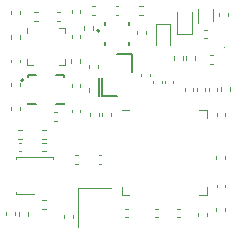
<source format=gto>
G04 #@! TF.GenerationSoftware,KiCad,Pcbnew,(6.0.7)*
G04 #@! TF.CreationDate,2022-09-17T21:46:44-05:00*
G04 #@! TF.ProjectId,picofusion,7069636f-6675-4736-996f-6e2e6b696361,rev?*
G04 #@! TF.SameCoordinates,Original*
G04 #@! TF.FileFunction,Legend,Top*
G04 #@! TF.FilePolarity,Positive*
%FSLAX46Y46*%
G04 Gerber Fmt 4.6, Leading zero omitted, Abs format (unit mm)*
G04 Created by KiCad (PCBNEW (6.0.7)) date 2022-09-17 21:46:44*
%MOMM*%
%LPD*%
G01*
G04 APERTURE LIST*
%ADD10C,0.120000*%
%ADD11C,0.100000*%
%ADD12C,0.200000*%
%ADD13C,0.150000*%
%ADD14C,0.127000*%
G04 APERTURE END LIST*
D10*
G04 #@! TO.C,C11*
X156040000Y-31129664D02*
X156040000Y-31345336D01*
X156760000Y-31129664D02*
X156760000Y-31345336D01*
G04 #@! TO.C,R9*
X152901359Y-32030000D02*
X153208641Y-32030000D01*
X152901359Y-31270000D02*
X153208641Y-31270000D01*
G04 #@! TO.C,R15*
X150920000Y-39603641D02*
X150920000Y-39296359D01*
X151680000Y-39603641D02*
X151680000Y-39296359D01*
G04 #@! TO.C,R24*
X169060000Y-48153641D02*
X169060000Y-47846359D01*
X168300000Y-48153641D02*
X168300000Y-47846359D01*
G04 #@! TO.C,R21*
X157620000Y-40103641D02*
X157620000Y-39796359D01*
X158380000Y-40103641D02*
X158380000Y-39796359D01*
G04 #@! TO.C,C1*
X161940000Y-36727836D02*
X161940000Y-36512164D01*
X162660000Y-36727836D02*
X162660000Y-36512164D01*
G04 #@! TO.C,C19*
X154592164Y-40460000D02*
X154807836Y-40460000D01*
X154592164Y-39740000D02*
X154807836Y-39740000D01*
D11*
G04 #@! TO.C,D2*
X169040000Y-34250000D02*
G75*
G03*
X169040000Y-34250000I-50000J0D01*
G01*
D10*
G04 #@! TO.C,R14*
X151680000Y-31146359D02*
X151680000Y-31453641D01*
X150920000Y-31146359D02*
X150920000Y-31453641D01*
G04 #@! TO.C,C10*
X163660000Y-37307836D02*
X163660000Y-37092164D01*
X162940000Y-37307836D02*
X162940000Y-37092164D01*
G04 #@! TO.C,R7*
X156020000Y-35578641D02*
X156020000Y-35271359D01*
X156780000Y-35578641D02*
X156780000Y-35271359D01*
G04 #@! TO.C,D1*
X164350000Y-32250000D02*
X163150000Y-32250000D01*
X163150000Y-34100000D02*
X163150000Y-32250000D01*
X164350000Y-34100000D02*
X164350000Y-32250000D01*
G04 #@! TO.C,R16*
X151680000Y-37246359D02*
X151680000Y-37553641D01*
X150920000Y-37246359D02*
X150920000Y-37553641D01*
G04 #@! TO.C,U3*
X166770000Y-32160000D02*
X166770000Y-31000000D01*
X168030000Y-32000000D02*
X168030000Y-31000000D01*
D12*
G04 #@! TO.C,U1*
X158400000Y-38350000D02*
X158400000Y-36850000D01*
D13*
X161150000Y-36350000D02*
X161150000Y-34850000D01*
X158650000Y-38350000D02*
X159900000Y-38350000D01*
X158650000Y-36850000D02*
X158650000Y-38350000D01*
X161150000Y-34850000D02*
X159900000Y-34850000D01*
D10*
G04 #@! TO.C,C4*
X158260000Y-35772164D02*
X158260000Y-35987836D01*
X157540000Y-35772164D02*
X157540000Y-35987836D01*
G04 #@! TO.C,R11*
X151570000Y-48503641D02*
X151570000Y-48196359D01*
X152330000Y-48503641D02*
X152330000Y-48196359D01*
D14*
G04 #@! TO.C,U4*
X152375000Y-36750000D02*
X152375000Y-36600000D01*
X152375000Y-36600000D02*
X153025000Y-36600000D01*
X152375000Y-38950000D02*
X152375000Y-39100000D01*
X152375000Y-39100000D02*
X153025000Y-39100000D01*
X154725000Y-36600000D02*
X155375000Y-36600000D01*
X155375000Y-38950000D02*
X155375000Y-39100000D01*
X155375000Y-39100000D02*
X154725000Y-39100000D01*
X155375000Y-36600000D02*
X155375000Y-36750000D01*
D12*
X151975000Y-37050000D02*
G75*
G03*
X151975000Y-37050000I-100000J0D01*
G01*
D10*
G04 #@! TO.C,C5*
X156160000Y-48482164D02*
X156160000Y-48697836D01*
X155440000Y-48482164D02*
X155440000Y-48697836D01*
G04 #@! TO.C,C25*
X167640000Y-37927836D02*
X167640000Y-37712164D01*
X168360000Y-37927836D02*
X168360000Y-37712164D01*
D11*
G04 #@! TO.C,U5*
X155475000Y-35787500D02*
X154975000Y-35787500D01*
X155475000Y-35287500D02*
X155475000Y-35787500D01*
X155475000Y-32587500D02*
X155475000Y-33087500D01*
X152275000Y-32587500D02*
X152275000Y-33087500D01*
X152275000Y-35787500D02*
X152275000Y-35287500D01*
X152275000Y-35787500D02*
X152775000Y-35787500D01*
X155475000Y-35787500D02*
X155475000Y-35287500D01*
X154975000Y-32587500D02*
X155475000Y-32587500D01*
D10*
G04 #@! TO.C,C9*
X163357836Y-48660000D02*
X163142164Y-48660000D01*
X163357836Y-47940000D02*
X163142164Y-47940000D01*
G04 #@! TO.C,C17*
X156760000Y-39757836D02*
X156760000Y-39542164D01*
X156040000Y-39757836D02*
X156040000Y-39542164D01*
G04 #@! TO.C,C28*
X156367164Y-43402500D02*
X156582836Y-43402500D01*
X156367164Y-44122500D02*
X156582836Y-44122500D01*
G04 #@! TO.C,C18*
X156760000Y-37392164D02*
X156760000Y-37607836D01*
X156040000Y-37392164D02*
X156040000Y-37607836D01*
G04 #@! TO.C,R2*
X164677500Y-35343641D02*
X164677500Y-35036359D01*
X165437500Y-35343641D02*
X165437500Y-35036359D01*
G04 #@! TO.C,C26*
X164660000Y-37307836D02*
X164660000Y-37092164D01*
X163940000Y-37307836D02*
X163940000Y-37092164D01*
G04 #@! TO.C,C8*
X160582164Y-47940000D02*
X160797836Y-47940000D01*
X160582164Y-48660000D02*
X160797836Y-48660000D01*
G04 #@! TO.C,C20*
X156040000Y-33455336D02*
X156040000Y-33239664D01*
X156760000Y-33455336D02*
X156760000Y-33239664D01*
G04 #@! TO.C,C6*
X158557836Y-43402500D02*
X158342164Y-43402500D01*
X158557836Y-44122500D02*
X158342164Y-44122500D01*
D14*
G04 #@! TO.C,U6*
X160910000Y-32100000D02*
X160910000Y-32355000D01*
X160910000Y-34100000D02*
X160910000Y-33845000D01*
X158910000Y-32100000D02*
X158910000Y-32355000D01*
X158910000Y-34100000D02*
X158910000Y-33845000D01*
D12*
X158415000Y-32850000D02*
G75*
G03*
X158415000Y-32850000I-100000J0D01*
G01*
D10*
G04 #@! TO.C,C14*
X168540000Y-31392164D02*
X168540000Y-31607836D01*
X169260000Y-31392164D02*
X169260000Y-31607836D01*
G04 #@! TO.C,R22*
X153853641Y-41270000D02*
X153546359Y-41270000D01*
X153853641Y-42030000D02*
X153546359Y-42030000D01*
G04 #@! TO.C,R8*
X151680000Y-33513641D02*
X151680000Y-33206359D01*
X150920000Y-33513641D02*
X150920000Y-33206359D01*
G04 #@! TO.C,C16*
X167292164Y-32790000D02*
X167507836Y-32790000D01*
X167292164Y-33510000D02*
X167507836Y-33510000D01*
G04 #@! TO.C,C21*
X154842164Y-31290000D02*
X155057836Y-31290000D01*
X154842164Y-32010000D02*
X155057836Y-32010000D01*
G04 #@! TO.C,R20*
X158053641Y-30770000D02*
X157746359Y-30770000D01*
X158053641Y-31530000D02*
X157746359Y-31530000D01*
G04 #@! TO.C,C15*
X168320000Y-45892164D02*
X168320000Y-46107836D01*
X169040000Y-45892164D02*
X169040000Y-46107836D01*
G04 #@! TO.C,R5*
X169070000Y-43446359D02*
X169070000Y-43753641D01*
X168310000Y-43446359D02*
X168310000Y-43753641D01*
G04 #@! TO.C,R18*
X167530000Y-48246359D02*
X167530000Y-48553641D01*
X166770000Y-48246359D02*
X166770000Y-48553641D01*
G04 #@! TO.C,C27*
X151572164Y-42340000D02*
X151787836Y-42340000D01*
X151572164Y-43060000D02*
X151787836Y-43060000D01*
G04 #@! TO.C,R13*
X153843641Y-42320000D02*
X153536359Y-42320000D01*
X153843641Y-43080000D02*
X153536359Y-43080000D01*
G04 #@! TO.C,C7*
X158640000Y-40060336D02*
X158640000Y-39844664D01*
X159360000Y-40060336D02*
X159360000Y-39844664D01*
G04 #@! TO.C,C12*
X150930000Y-35507836D02*
X150930000Y-35292164D01*
X151650000Y-35507836D02*
X151650000Y-35292164D01*
G04 #@! TO.C,R17*
X151833641Y-41270000D02*
X151526359Y-41270000D01*
X151833641Y-42030000D02*
X151526359Y-42030000D01*
G04 #@! TO.C,C13*
X167360000Y-37927836D02*
X167360000Y-37712164D01*
X166640000Y-37927836D02*
X166640000Y-37712164D01*
G04 #@! TO.C,U7*
X152900000Y-46670400D02*
X151340000Y-46670400D01*
X154460000Y-43550400D02*
X151340000Y-43550400D01*
X151340000Y-46670400D02*
X151340000Y-46520400D01*
X154460000Y-43550400D02*
X154460000Y-43700400D01*
X151340000Y-43550400D02*
X151340000Y-43700400D01*
G04 #@! TO.C,R4*
X169430000Y-37953641D02*
X169430000Y-37646359D01*
X168670000Y-37953641D02*
X168670000Y-37646359D01*
G04 #@! TO.C,R6*
X168053641Y-35630000D02*
X167746359Y-35630000D01*
X168053641Y-34870000D02*
X167746359Y-34870000D01*
G04 #@! TO.C,R23*
X157520000Y-38003641D02*
X157520000Y-37696359D01*
X158280000Y-38003641D02*
X158280000Y-37696359D01*
G04 #@! TO.C,C24*
X169040000Y-40060336D02*
X169040000Y-39844664D01*
X168320000Y-40060336D02*
X168320000Y-39844664D01*
G04 #@! TO.C,C22*
X161590000Y-32912164D02*
X161590000Y-33127836D01*
X162310000Y-32912164D02*
X162310000Y-33127836D01*
G04 #@! TO.C,Y1*
X156560000Y-46150000D02*
X156560000Y-49450000D01*
X159360000Y-46150000D02*
X156560000Y-46150000D01*
G04 #@! TO.C,C23*
X159787164Y-31510000D02*
X160002836Y-31510000D01*
X159787164Y-30790000D02*
X160002836Y-30790000D01*
G04 #@! TO.C,C2*
X164992164Y-47940000D02*
X165207836Y-47940000D01*
X164992164Y-48660000D02*
X165207836Y-48660000D01*
G04 #@! TO.C,R10*
X151280000Y-48186359D02*
X151280000Y-48493641D01*
X150520000Y-48186359D02*
X150520000Y-48493641D01*
G04 #@! TO.C,R12*
X153843641Y-47220000D02*
X153536359Y-47220000D01*
X153843641Y-47980000D02*
X153536359Y-47980000D01*
G04 #@! TO.C,R19*
X161746359Y-30770000D02*
X162053641Y-30770000D01*
X161746359Y-31530000D02*
X162053641Y-31530000D01*
G04 #@! TO.C,R1*
X157830000Y-32803641D02*
X157830000Y-32496359D01*
X157070000Y-32803641D02*
X157070000Y-32496359D01*
G04 #@! TO.C,C3*
X165640000Y-37927836D02*
X165640000Y-37712164D01*
X166360000Y-37927836D02*
X166360000Y-37712164D01*
G04 #@! TO.C,U2*
X160940000Y-39552500D02*
X160290000Y-39552500D01*
X166860000Y-46772500D02*
X167510000Y-46772500D01*
X160940000Y-46772500D02*
X160290000Y-46772500D01*
X167510000Y-46772500D02*
X167510000Y-46122500D01*
X167510000Y-39552500D02*
X167510000Y-40202500D01*
X160290000Y-46772500D02*
X160290000Y-46122500D01*
X166860000Y-39552500D02*
X167510000Y-39552500D01*
G04 #@! TO.C,R3*
X166500000Y-35343641D02*
X166500000Y-35036359D01*
X165740000Y-35343641D02*
X165740000Y-35036359D01*
G04 #@! TO.C,D3*
X165000000Y-31300000D02*
X165000000Y-33150000D01*
X165000000Y-33150000D02*
X166200000Y-33150000D01*
X166200000Y-31300000D02*
X166200000Y-33150000D01*
G04 #@! TD*
M02*

</source>
